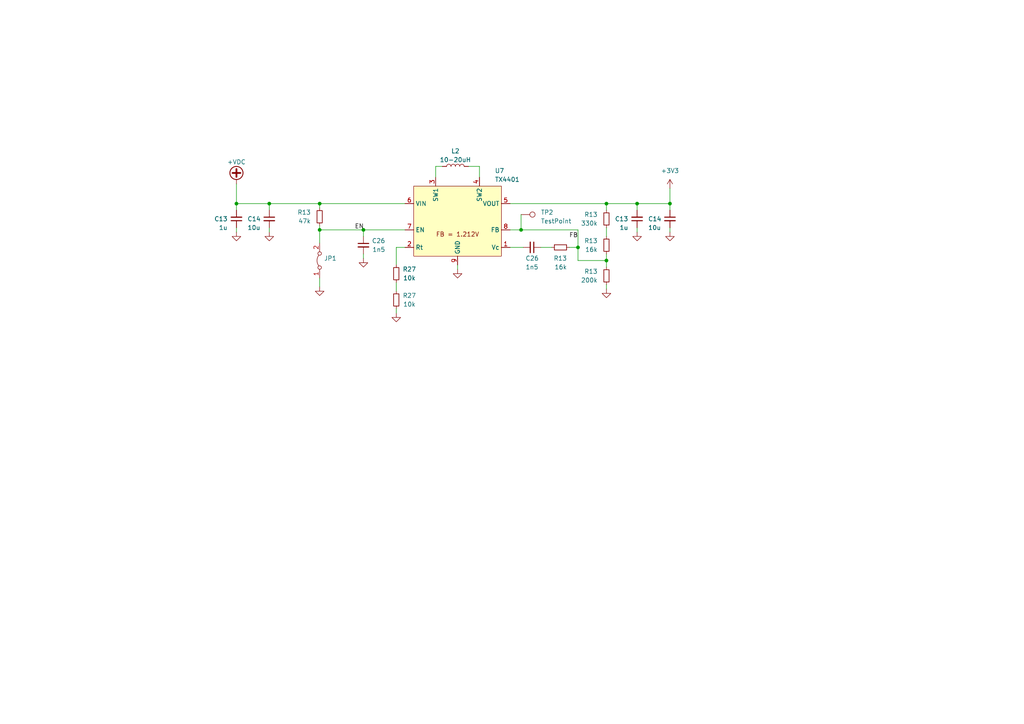
<source format=kicad_sch>
(kicad_sch (version 20230121) (generator eeschema)
  (paper "A4")
  (lib_symbols
    (symbol "Connector:TestPoint" (pin_numbers hide) (pin_names (offset 0.762) hide)
      (property "Reference" "TP" (at 0 6.858 0))
      (property "Value" "TestPoint" (at 0 5.08 0))
      (symbol "TestPoint_0_1"
        (circle (center 0 3.302) (radius 0.762))
      )
      (symbol "TestPoint_1_1"
        (pin passive line (at 0 0 90) (length 2.54) (name "1") (number "1"))
      )
    )
    (symbol "Device:C_Small" (pin_numbers hide) (pin_names (offset 0.254) hide)
      (property "Reference" "C" (at 0.254 1.778 0))
      (property "Value" "C_Small" (at 0.254 -2.032 0))
      (symbol "C_Small_0_1"
        (polyline (pts (xy -1.524 -0.508) (xy 1.524 -0.508)) (stroke (width 0.3302)))
        (polyline (pts (xy -1.524 0.508) (xy 1.524 0.508)) (stroke (width 0.3048)))
      )
      (symbol "C_Small_1_1"
        (pin passive line (at 0 2.54 270) (length 2.032) (name "~") (number "1"))
        (pin passive line (at 0 -2.54 90) (length 2.032) (name "~") (number "2"))
      )
    )
    (symbol "Device:L" (pin_numbers hide) (pin_names (offset 1.016) hide)
      (property "Reference" "L" (at -1.27 0 90))
      (property "Value" "L" (at 1.905 0 90))
      (symbol "L_0_1"
        (arc (start 0 -2.54) (mid 0.6323 -1.905) (end 0 -1.27))
        (arc (start 0 -1.27) (mid 0.6323 -0.635) (end 0 0))
        (arc (start 0 0) (mid 0.6323 0.635) (end 0 1.27))
        (arc (start 0 1.27) (mid 0.6323 1.905) (end 0 2.54))
      )
      (symbol "L_1_1"
        (pin passive line (at 0 3.81 270) (length 1.27) (name "1") (number "1"))
        (pin passive line (at 0 -3.81 90) (length 1.27) (name "2") (number "2"))
      )
    )
    (symbol "Device:R_Small" (pin_numbers hide) (pin_names (offset 0.254) hide)
      (property "Reference" "R" (at 0.762 0.508 0))
      (property "Value" "R_Small" (at 0.762 -1.016 0))
      (symbol "R_Small_0_1"
        (rectangle (start -0.762 1.778) (end 0.762 -1.778) (stroke (width 0.2032)))
      )
      (symbol "R_Small_1_1"
        (pin passive line (at 0 2.54 270) (length 0.762) (name "~") (number "1"))
        (pin passive line (at 0 -2.54 90) (length 0.762) (name "~") (number "2"))
      )
    )
    (symbol "Jumper:Jumper_2_Bridged" (pin_names (offset 0) hide)
      (property "Reference" "JP" (at 0 1.905 0))
      (property "Value" "Jumper_2_Bridged" (at 0 -2.54 0))
      (symbol "Jumper_2_Bridged_0_0"
        (circle (center -2.032 0) (radius 0.508))
        (circle (center 2.032 0) (radius 0.508))
      )
      (symbol "Jumper_2_Bridged_0_1"
        (arc (start 1.524 0.254) (mid 0 0.762) (end -1.524 0.254))
      )
      (symbol "Jumper_2_Bridged_1_1"
        (pin passive line (at -5.08 0 0) (length 2.54) (name "A") (number "1"))
        (pin passive line (at 5.08 0 180) (length 2.54) (name "B") (number "2"))
      )
    )
    (symbol "My_custom_lib:TX4410"
      (property "Reference" "U" (at -3.81 -6.35 0))
      (property "Value" "TX4410" (at -1.27 -10.16 0))
      (symbol "TX4410_1_1"
        (rectangle (start -12.7 0) (end 12.7 -20.32) (fill (type background)))
        (text "FB = 1.212V" (at 0 -13.97 0) (effects (font (size 1.27 1.27))))
        (pin input line (at 15.24 -17.78 180) (length 2.54) (name "Vc") (number "1"))
        (pin input line (at -15.24 -17.78 0) (length 2.54) (name "Rt") (number "2"))
        (pin input line (at -6.35 2.54 270) (length 2.54) (name "SW1") (number "3"))
        (pin input line (at 6.35 2.54 270) (length 2.54) (name "SW2") (number "4"))
        (pin input line (at 15.24 -5.08 180) (length 2.54) (name "VOUT") (number "5"))
        (pin input line (at -15.24 -5.08 0) (length 2.54) (name "VIN") (number "6"))
        (pin input line (at -15.24 -12.7 0) (length 2.54) (name "EN") (number "7"))
        (pin input line (at 15.24 -12.7 180) (length 2.54) (name "FB") (number "8"))
        (pin input line (at 0 -22.86 90) (length 2.54) (name "GND") (number "9"))
      )
    )
    (symbol "power:+3V3" (power) (pin_names (offset 0))
      (property "Value" "+3V3" (at 0 3.556 0))
      (symbol "+3V3_0_1"
        (polyline (pts (xy -0.762 1.27) (xy 0 2.54)))
        (polyline (pts (xy 0 0) (xy 0 2.54)))
        (polyline (pts (xy 0 2.54) (xy 0.762 1.27)))
      )
      (symbol "+3V3_1_1"
        (pin power_in line (at 0 0 90) (length 0) hide (name "+3V3") (number "1"))
      )
    )
    (symbol "power:+VDC" (power) (pin_names (offset 0))
      (property "Value" "+VDC" (at 0 6.35 0))
      (symbol "+VDC_0_1"
        (polyline (pts (xy -1.143 3.175) (xy 1.143 3.175)) (stroke (width 0.508)))
        (polyline (pts (xy 0 0) (xy 0 1.27)))
        (polyline (pts (xy 0 2.032) (xy 0 4.318)) (stroke (width 0.508)))
        (circle (center 0 3.175) (radius 1.905) (stroke (width 0.254)))
      )
      (symbol "+VDC_1_1"
        (pin power_in line (at 0 0 90) (length 0) hide (name "+VDC") (number "1"))
      )
    )
    (symbol "power:GND" (power) (pin_names (offset 0))
      (property "Value" "GND" (at 0 -3.81 0))
      (symbol "GND_0_1"
        (polyline (pts (xy 0 0) (xy 0 -1.27) (xy 1.27 -1.27) (xy 0 -2.54) (xy -1.27 -1.27) (xy 0 -1.27)))
      )
      (symbol "GND_1_1"
        (pin power_in line (at 0 0 270) (length 0) hide (name "GND") (number "1"))
      )
    )
  )
  (junction (at 78.105 59.055))
  (junction (at 194.31 59.055))
  (junction (at 92.71 66.675))
  (junction (at 184.785 59.055))
  (junction (at 167.64 71.755))
  (junction (at 68.58 59.055))
  (junction (at 175.895 75.565))
  (junction (at 92.71 59.055))
  (junction (at 175.895 59.055))
  (junction (at 151.13 66.675))
  (junction (at 105.41 66.675))
  (wire (pts (xy 151.13 62.23) (xy 151.13 66.675)))
  (wire (pts (xy 68.58 66.04) (xy 68.58 67.31)))
  (wire (pts (xy 184.785 59.055) (xy 184.785 60.96)))
  (wire (pts (xy 68.58 59.055) (xy 78.105 59.055)))
  (wire (pts (xy 114.935 84.455) (xy 114.935 81.915)))
  (wire (pts (xy 165.1 71.755) (xy 167.64 71.755)))
  (wire (pts (xy 184.785 66.04) (xy 184.785 67.31)))
  (wire (pts (xy 78.105 59.055) (xy 92.71 59.055)))
  (wire (pts (xy 135.89 48.26) (xy 139.065 48.26)))
  (wire (pts (xy 92.71 65.405) (xy 92.71 66.675)))
  (wire (pts (xy 194.31 59.055) (xy 194.31 54.61)))
  (wire (pts (xy 167.64 71.755) (xy 167.64 75.565)))
  (wire (pts (xy 132.715 76.835) (xy 132.715 78.105)))
  (wire (pts (xy 68.58 53.34) (xy 68.58 59.055)))
  (wire (pts (xy 167.64 66.675) (xy 167.64 71.755)))
  (wire (pts (xy 92.71 80.645) (xy 92.71 83.185)))
  (wire (pts (xy 114.935 71.755) (xy 117.475 71.755)))
  (wire (pts (xy 147.955 66.675) (xy 151.13 66.675)))
  (wire (pts (xy 114.935 89.535) (xy 114.935 90.805)))
  (wire (pts (xy 175.895 75.565) (xy 175.895 77.47)))
  (wire (pts (xy 126.365 48.26) (xy 128.27 48.26)))
  (wire (pts (xy 156.845 71.755) (xy 160.02 71.755)))
  (wire (pts (xy 175.895 73.66) (xy 175.895 75.565)))
  (wire (pts (xy 92.71 66.675) (xy 92.71 70.485)))
  (wire (pts (xy 68.58 59.055) (xy 68.58 60.96)))
  (wire (pts (xy 151.13 66.675) (xy 167.64 66.675)))
  (wire (pts (xy 105.41 66.675) (xy 92.71 66.675)))
  (wire (pts (xy 114.935 76.835) (xy 114.935 71.755)))
  (wire (pts (xy 194.31 66.04) (xy 194.31 67.31)))
  (wire (pts (xy 78.105 59.055) (xy 78.105 60.96)))
  (wire (pts (xy 175.895 82.55) (xy 175.895 83.82)))
  (wire (pts (xy 105.41 66.675) (xy 117.475 66.675)))
  (wire (pts (xy 147.955 71.755) (xy 151.765 71.755)))
  (wire (pts (xy 175.895 59.055) (xy 175.895 60.96)))
  (wire (pts (xy 184.785 59.055) (xy 194.31 59.055)))
  (wire (pts (xy 194.31 59.055) (xy 194.31 60.96)))
  (wire (pts (xy 92.71 59.055) (xy 92.71 60.325)))
  (wire (pts (xy 78.105 66.04) (xy 78.105 67.31)))
  (wire (pts (xy 105.41 66.675) (xy 105.41 68.58)))
  (wire (pts (xy 175.895 59.055) (xy 184.785 59.055)))
  (wire (pts (xy 147.955 59.055) (xy 175.895 59.055)))
  (wire (pts (xy 105.41 73.66) (xy 105.41 74.93)))
  (wire (pts (xy 167.64 75.565) (xy 175.895 75.565)))
  (wire (pts (xy 126.365 51.435) (xy 126.365 48.26)))
  (wire (pts (xy 92.71 59.055) (xy 117.475 59.055)))
  (wire (pts (xy 139.065 48.26) (xy 139.065 51.435)))
  (wire (pts (xy 175.895 66.04) (xy 175.895 68.58)))
  (label "EN" (at 102.87 66.675 0))
  (label "FB" (at 167.64 69.215 180))
  (symbol (lib_id "power:+VDC") (at 68.58 53.34 0) (unit 1)
    (property "Reference" "#PWR077" (effects hide))
    (property "Value" "+VDC" (at 68.58 46.99 0))
    (instances (project "Ethernet_switch_4out" (path "" (reference "#PWR077") (unit 1)) (path "" (reference "#PWR084") (unit 1))))
  )
  (symbol (lib_id "Device:C_Small") (at 68.58 63.5 180) (unit 1)
    (property "Reference" "C13" (at 66.04 63.5 0) (effects (justify left)))
    (property "Value" "1u" (at 66.04 66.04 0) (effects (justify left)))
    (property "Footprint" "Capacitor_SMD:C_0402_1005Metric" (effects hide))
    (property "LCSC" "C52923" (effects hide))
    (instances (project "Ethernet_switch_4out" (path "" (reference "C13") (unit 1)) (path "" (reference "C37") (unit 1))) (project "cross_band_handy_walkie_talkie_ES8388" (path "" (reference "C5") (unit 1))))
  )
  (symbol (lib_id "Device:C_Small") (at 194.31 63.5 0) (unit 1)
    (property "Reference" "C14" (at 187.96 63.5 0) (effects (justify left)))
    (property "Value" "10u" (at 187.96 66.04 0) (effects (justify left)))
    (property "Footprint" "Capacitor_SMD:C_0603_1608Metric" (effects hide))
    (property "LCSC" "C96446" (effects hide))
    (instances (project "Ethernet_switch_4out" (path "" (reference "C14") (unit 1)) (path "" (reference "C74") (unit 1))) (project "cross_band_handy_walkie_talkie_ES8388" (path "" (reference "C4") (unit 1))))
  )
  (symbol (lib_id "Jumper:Jumper_2_Bridged") (at 92.71 75.565 90) (unit 1) (in_bom no)
    (property "Reference" "JP1" (at 93.98 74.93 90) (effects (justify right)))
    (property "Value" "Jumper_2_Bridged" (effects hide))
    (property "Footprint" "Jumper:SolderJumper-2_P1.3mm_Bridged_RoundedPad1.0x1.5mm" (effects hide))
    (instances (project "Ethernet_switch_4out" (path "" (reference "JP1") (unit 1)) (path "" (reference "JP2") (unit 1))))
  )
  (symbol (lib_id "power:GND") (at 132.715 78.105 0) (mirror y) (unit 1)
    (property "Reference" "#PWR0172" (effects hide))
    (property "Value" "GND" (effects hide))
    (instances (project "Ethernet_switch_4out" (path "" (reference "#PWR0172") (unit 1)) (path "" (reference "#PWR0186") (unit 1))) (project "cross_band_handy_walkie_talkie_ES8388" (path "" (reference "#PWR045") (unit 1))))
  )
  (symbol (lib_id "Device:R_Small") (at 175.895 71.12 0) (mirror x) (unit 1)
    (property "Reference" "R13" (at 173.355 69.85 0) (effects (justify right)))
    (property "Value" "16k" (at 173.355 72.39 0) (effects (justify right)))
    (property "Footprint" "Resistor_SMD:R_0402_1005Metric" (effects hide))
    (property "LCSC" "C25756" (effects hide))
    (instances (project "MUX_board" (path "" (reference "R13") (unit 1))) (project "Ethernet_switch_4out" (path "" (reference "R17") (unit 1)) (path "" (reference "R65") (unit 1)) (path "" (reference "R82") (unit 1))) (project "BMS_project" (path "" (reference "R12") (unit 1)) (path "" (reference "R12") (unit 1)) (path "" (reference "R24") (unit 1)) (path "" (reference "R25") (unit 1)) (path "" (reference "R26") (unit 1)) (path "" (reference "R27") (unit 1))))
  )
  (symbol (lib_id "power:GND") (at 184.785 67.31 0) (unit 1)
    (property "Reference" "#PWR016" (effects hide))
    (property "Value" "GND" (effects hide))
    (instances (project "Ethernet_switch_4out" (path "" (reference "#PWR016") (unit 1)) (path "" (reference "#PWR0192") (unit 1))) (project "cross_band_handy_walkie_talkie_ES8388" (path "" (reference "#PWR018") (unit 1))))
  )
  (symbol (lib_id "Device:C_Small") (at 78.105 63.5 0) (unit 1)
    (property "Reference" "C14" (at 71.755 63.5 0) (effects (justify left)))
    (property "Value" "10u" (at 71.755 66.04 0) (effects (justify left)))
    (property "Footprint" "Capacitor_SMD:C_0603_1608Metric" (effects hide))
    (property "LCSC" "C96446" (effects hide))
    (instances (project "Ethernet_switch_4out" (path "" (reference "C14") (unit 1)) (path "" (reference "C70") (unit 1))) (project "cross_band_handy_walkie_talkie_ES8388" (path "" (reference "C4") (unit 1))))
  )
  (symbol (lib_id "Connector:TestPoint") (at 151.13 62.23 270) (unit 1)
    (property "Reference" "TP2" (at 156.845 61.595 90) (effects (justify left)))
    (property "Value" "TestPoint" (at 156.845 64.135 90) (effects (justify left)))
    (property "Footprint" "TestPoint:TestPoint_Pad_D1.0mm" (effects hide))
    (instances (project "Ethernet_switch_4out" (path "" (reference "TP2") (unit 1)) (path "" (reference "TP3") (unit 1))))
  )
  (symbol (lib_id "power:GND") (at 78.105 67.31 0) (unit 1)
    (property "Reference" "#PWR017" (effects hide))
    (property "Value" "GND" (effects hide))
    (instances (project "Ethernet_switch_4out" (path "" (reference "#PWR017") (unit 1)) (path "" (reference "#PWR0188") (unit 1))) (project "cross_band_handy_walkie_talkie_ES8388" (path "" (reference "#PWR017") (unit 1))))
  )
  (symbol (lib_id "Device:L") (at 132.08 48.26 90) (unit 1)
    (property "Reference" "L2" (at 132.08 43.815 90))
    (property "Value" "10-20uH" (at 132.08 46.355 90))
    (property "Footprint" "Inductor_SMD:L_Taiyo-Yuden_NR-50xx_HandSoldering" (effects hide))
  )
  (symbol (lib_id "power:GND") (at 114.935 90.805 0) (mirror y) (unit 1)
    (property "Reference" "#PWR0172" (effects hide))
    (property "Value" "GND" (effects hide))
    (instances (project "Ethernet_switch_4out" (path "" (reference "#PWR0172") (unit 1)) (path "" (reference "#PWR0189") (unit 1))) (project "cross_band_handy_walkie_talkie_ES8388" (path "" (reference "#PWR045") (unit 1))))
  )
  (symbol (lib_id "Device:R_Small") (at 92.71 62.865 0) (mirror x) (unit 1)
    (property "Reference" "R13" (at 90.17 61.595 0) (effects (justify right)))
    (property "Value" "47k" (at 90.17 64.135 0) (effects (justify right)))
    (property "Footprint" "Resistor_SMD:R_0402_1005Metric" (effects hide))
    (property "LCSC" "C25792" (effects hide))
    (instances (project "MUX_board" (path "" (reference "R13") (unit 1))) (project "Ethernet_switch_4out" (path "" (reference "R17") (unit 1)) (path "" (reference "R65") (unit 1)) (path "" (reference "R33") (unit 1))) (project "BMS_project" (path "" (reference "R12") (unit 1)) (path "" (reference "R12") (unit 1)) (path "" (reference "R24") (unit 1)) (path "" (reference "R25") (unit 1)) (path "" (reference "R26") (unit 1)) (path "" (reference "R27") (unit 1))))
  )
  (symbol (lib_id "power:GND") (at 105.41 74.93 0) (mirror y) (unit 1)
    (property "Reference" "#PWR031" (effects hide))
    (property "Value" "GND" (effects hide))
    (instances (project "Ethernet_switch_4out" (path "" (reference "#PWR031") (unit 1)) (path "" (reference "#PWR0190") (unit 1))) (project "cross_band_handy_walkie_talkie_ES8388" (path "" (reference "#PWR05") (unit 1))))
  )
  (symbol (lib_id "Device:C_Small") (at 154.305 71.755 270) (mirror x) (unit 1)
    (property "Reference" "C26" (at 152.4 74.93 90) (effects (justify left)))
    (property "Value" "1n5" (at 152.4 77.47 90) (effects (justify left)))
    (property "Footprint" "Capacitor_SMD:C_0603_1608Metric" (effects hide))
    (property "LCSC" "C1595" (effects hide))
    (instances (project "Ethernet_switch_4out" (path "" (reference "C26") (unit 1)) (path "" (reference "C72") (unit 1))) (project "cross_band_handy_walkie_talkie_ES8388" (path "" (reference "C1") (unit 1))))
  )
  (symbol (lib_id "power:GND") (at 68.58 67.31 0) (unit 1)
    (property "Reference" "#PWR016" (effects hide))
    (property "Value" "GND" (effects hide))
    (instances (project "Ethernet_switch_4out" (path "" (reference "#PWR016") (unit 1)) (path "" (reference "#PWR0187") (unit 1))) (project "cross_band_handy_walkie_talkie_ES8388" (path "" (reference "#PWR018") (unit 1))))
  )
  (symbol (lib_id "Device:R_Small") (at 114.935 86.995 0) (unit 1)
    (property "Reference" "R27" (at 118.745 85.725 0))
    (property "Value" "10k" (at 118.745 88.265 0))
    (property "Footprint" "Resistor_SMD:R_0603_1608Metric" (effects hide))
    (property "LCSC" "C25804" (effects hide))
    (instances (project "Ethernet_switch_4out" (path "" (reference "R27") (unit 1)) (path "" (reference "R79") (unit 1))) (project "cross_band_handy_walkie_talkie_ES8388" (path "" (reference "R6") (unit 1))))
  )
  (symbol (lib_id "power:GND") (at 175.895 83.82 0) (mirror y) (unit 1)
    (property "Reference" "#PWR0172" (effects hide))
    (property "Value" "GND" (effects hide))
    (instances (project "Ethernet_switch_4out" (path "" (reference "#PWR0172") (unit 1)) (path "" (reference "#PWR0191") (unit 1))) (project "cross_band_handy_walkie_talkie_ES8388" (path "" (reference "#PWR045") (unit 1))))
  )
  (symbol (lib_id "Device:R_Small") (at 175.895 80.01 0) (mirror x) (unit 1)
    (property "Reference" "R13" (at 173.355 78.74 0) (effects (justify right)))
    (property "Value" "200k" (at 173.355 81.28 0) (effects (justify right)))
    (property "Footprint" "Resistor_SMD:R_0402_1005Metric" (effects hide))
    (property "LCSC" "C25764" (effects hide))
    (instances (project "MUX_board" (path "" (reference "R13") (unit 1))) (project "Ethernet_switch_4out" (path "" (reference "R17") (unit 1)) (path "" (reference "R65") (unit 1)) (path "" (reference "R80") (unit 1))) (project "BMS_project" (path "" (reference "R12") (unit 1)) (path "" (reference "R12") (unit 1)) (path "" (reference "R24") (unit 1)) (path "" (reference "R25") (unit 1)) (path "" (reference "R26") (unit 1)) (path "" (reference "R27") (unit 1))))
  )
  (symbol (lib_id "power:GND") (at 194.31 67.31 0) (unit 1)
    (property "Reference" "#PWR017" (effects hide))
    (property "Value" "GND" (effects hide))
    (instances (project "Ethernet_switch_4out" (path "" (reference "#PWR017") (unit 1)) (path "" (reference "#PWR0193") (unit 1))) (project "cross_band_handy_walkie_talkie_ES8388" (path "" (reference "#PWR017") (unit 1))))
  )
  (symbol (lib_id "power:+3V3") (at 194.31 54.61 0) (unit 1)
    (property "Reference" "#PWR0136" (effects hide))
    (property "Value" "+3V3" (at 194.31 49.53 0))
    (instances (project "Ethernet_switch_4out" (path "" (reference "#PWR0136") (unit 1)) (path "" (reference "#PWR0179") (unit 1))) (project "cross_band_handy_walkie_talkie_ES8388" (path "" (reference "#PWR010") (unit 1))))
  )
  (symbol (lib_id "Device:C_Small") (at 184.785 63.5 180) (unit 1)
    (property "Reference" "C13" (at 182.245 63.5 0) (effects (justify left)))
    (property "Value" "1u" (at 182.245 66.04 0) (effects (justify left)))
    (property "Footprint" "Capacitor_SMD:C_0402_1005Metric" (effects hide))
    (property "LCSC" "C52923" (effects hide))
    (instances (project "Ethernet_switch_4out" (path "" (reference "C13") (unit 1)) (path "" (reference "C73") (unit 1))) (project "cross_band_handy_walkie_talkie_ES8388" (path "" (reference "C5") (unit 1))))
  )
  (symbol (lib_id "Device:R_Small") (at 114.935 79.375 0) (unit 1)
    (property "Reference" "R27" (at 118.745 78.105 0))
    (property "Value" "10k" (at 118.745 80.645 0))
    (property "Footprint" "Resistor_SMD:R_0603_1608Metric" (effects hide))
    (property "LCSC" "C25804" (effects hide))
    (instances (project "Ethernet_switch_4out" (path "" (reference "R27") (unit 1)) (path "" (reference "R78") (unit 1))) (project "cross_band_handy_walkie_talkie_ES8388" (path "" (reference "R6") (unit 1))))
  )
  (symbol (lib_id "My_custom_lib:TX4410") (at 132.715 53.975 0) (unit 1)
    (property "Reference" "U7" (at 143.51 49.53 0) (effects (justify left)))
    (property "Value" "TX4401" (at 143.51 52.07 0) (effects (justify left)))
    (property "Footprint" "Package_SO:SOIC-8-1EP_3.9x4.9mm_P1.27mm_EP2.41x3.3mm" (effects hide))
    (property "Datasheet" "http://www.xdssemi.com/uploadfile/2022/0623/20220623114447804.pdf" (effects hide))
  )
  (symbol (lib_id "power:GND") (at 92.71 83.185 0) (unit 1)
    (property "Reference" "#PWR080" (effects hide))
    (property "Value" "GND" (effects hide))
    (instances (project "Ethernet_switch_4out" (path "" (reference "#PWR080") (unit 1)) (path "" (reference "#PWR0194") (unit 1))) (project "cross_band_handy_walkie_talkie_ES8388" (path "" (reference "#PWR09") (unit 1))))
  )
  (symbol (lib_id "Device:R_Small") (at 175.895 63.5 0) (mirror x) (unit 1)
    (property "Reference" "R13" (at 173.355 62.23 0) (effects (justify right)))
    (property "Value" "330k" (at 173.355 64.77 0) (effects (justify right)))
    (property "Footprint" "Resistor_SMD:R_0402_1005Metric" (effects hide))
    (property "LCSC" "C25778" (effects hide))
    (instances (project "MUX_board" (path "" (reference "R13") (unit 1))) (project "Ethernet_switch_4out" (path "" (reference "R17") (unit 1)) (path "" (reference "R65") (unit 1)) (path "" (reference "R81") (unit 1))) (project "BMS_project" (path "" (reference "R12") (unit 1)) (path "" (reference "R12") (unit 1)) (path "" (reference "R24") (unit 1)) (path "" (reference "R25") (unit 1)) (path "" (reference "R26") (unit 1)) (path "" (reference "R27") (unit 1))))
  )
  (symbol (lib_id "Device:C_Small") (at 105.41 71.12 0) (mirror y) (unit 1)
    (property "Reference" "C26" (at 111.76 69.85 0) (effects (justify left)))
    (property "Value" "1n5" (at 111.76 72.39 0) (effects (justify left)))
    (property "Footprint" "Capacitor_SMD:C_0603_1608Metric" (effects hide))
    (property "LCSC" "C1595" (effects hide))
    (instances (project "Ethernet_switch_4out" (path "" (reference "C26") (unit 1)) (path "" (reference "C71") (unit 1))) (project "cross_band_handy_walkie_talkie_ES8388" (path "" (reference "C1") (unit 1))))
  )
  (symbol (lib_id "Device:R_Small") (at 162.56 71.755 270) (mirror x) (unit 1)
    (property "Reference" "R13" (at 164.465 74.93 90) (effects (justify right)))
    (property "Value" "16k" (at 164.465 77.47 90) (effects (justify right)))
    (property "Footprint" "Resistor_SMD:R_0402_1005Metric" (effects hide))
    (property "LCSC" "C25756" (effects hide))
    (instances (project "MUX_board" (path "" (reference "R13") (unit 1))) (project "Ethernet_switch_4out" (path "" (reference "R17") (unit 1)) (path "" (reference "R65") (unit 1)) (path "" (reference "R83") (unit 1))) (project "BMS_project" (path "" (reference "R12") (unit 1)) (path "" (reference "R12") (unit 1)) (path "" (reference "R24") (unit 1)) (path "" (reference "R25") (unit 1)) (path "" (reference "R26") (unit 1)) (path "" (reference "R27") (unit 1))))
  )
)
</source>
